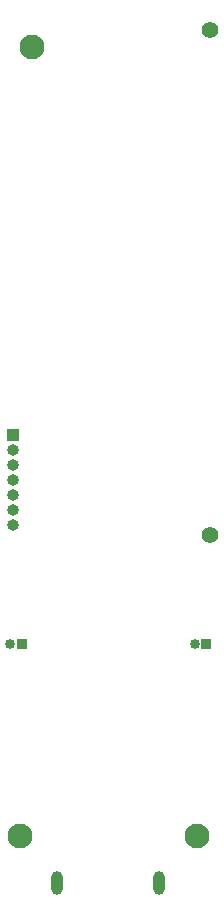
<source format=gbr>
%TF.GenerationSoftware,KiCad,Pcbnew,6.0.2*%
%TF.CreationDate,2022-05-05T15:49:38+02:00*%
%TF.ProjectId,espriktning,65737072-696b-4746-9e69-6e672e6b6963,rev?*%
%TF.SameCoordinates,Original*%
%TF.FileFunction,Soldermask,Bot*%
%TF.FilePolarity,Negative*%
%FSLAX46Y46*%
G04 Gerber Fmt 4.6, Leading zero omitted, Abs format (unit mm)*
G04 Created by KiCad (PCBNEW 6.0.2) date 2022-05-05 15:49:38*
%MOMM*%
%LPD*%
G01*
G04 APERTURE LIST*
G04 Aperture macros list*
%AMRoundRect*
0 Rectangle with rounded corners*
0 $1 Rounding radius*
0 $2 $3 $4 $5 $6 $7 $8 $9 X,Y pos of 4 corners*
0 Add a 4 corners polygon primitive as box body*
4,1,4,$2,$3,$4,$5,$6,$7,$8,$9,$2,$3,0*
0 Add four circle primitives for the rounded corners*
1,1,$1+$1,$2,$3*
1,1,$1+$1,$4,$5*
1,1,$1+$1,$6,$7*
1,1,$1+$1,$8,$9*
0 Add four rect primitives between the rounded corners*
20,1,$1+$1,$2,$3,$4,$5,0*
20,1,$1+$1,$4,$5,$6,$7,0*
20,1,$1+$1,$6,$7,$8,$9,0*
20,1,$1+$1,$8,$9,$2,$3,0*%
G04 Aperture macros list end*
%ADD10O,1.000000X1.000000*%
%ADD11R,1.000000X1.000000*%
%ADD12C,1.400000*%
%ADD13RoundRect,0.500000X0.000000X-0.500000X0.000000X-0.500000X0.000000X0.500000X0.000000X0.500000X0*%
%ADD14R,0.850000X0.850000*%
%ADD15O,0.850000X0.850000*%
%ADD16C,2.100000*%
G04 APERTURE END LIST*
D10*
%TO.C,J4*%
X31900000Y-73195000D03*
X31900000Y-71925000D03*
X31900000Y-70655000D03*
X31900000Y-69385000D03*
X31900000Y-68115000D03*
X31900000Y-66845000D03*
D11*
X31900000Y-65575000D03*
%TD*%
D12*
%TO.C,J7*%
X48625000Y-31225000D03*
%TD*%
%TO.C,J6*%
X48625000Y-73975000D03*
%TD*%
D13*
%TO.C,J1*%
X44320000Y-103500000D03*
X35680000Y-103500000D03*
%TD*%
D14*
%TO.C,SW1*%
X32700000Y-83200000D03*
D15*
X31700000Y-83200000D03*
%TD*%
D14*
%TO.C,SW2*%
X48300000Y-83200000D03*
D15*
X47300000Y-83200000D03*
%TD*%
D16*
%TO.C,REF\u002A\u002A*%
X32500000Y-99500000D03*
%TD*%
%TO.C,REF\u002A\u002A*%
X47500000Y-99500000D03*
%TD*%
%TO.C,REF\u002A\u002A*%
X33500000Y-32650000D03*
%TD*%
M02*

</source>
